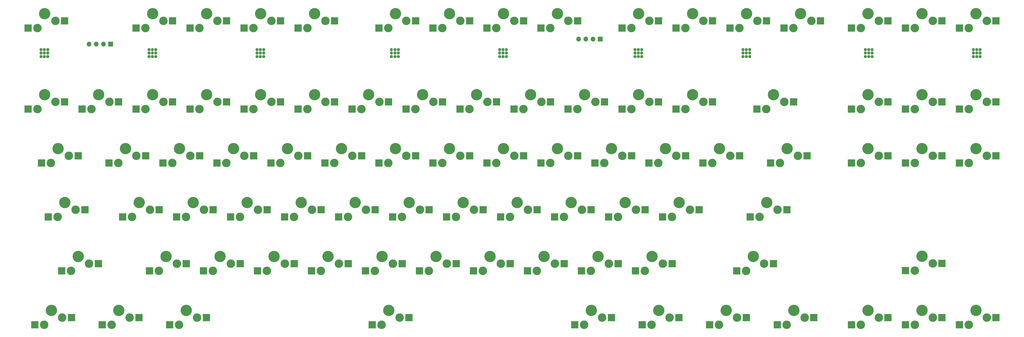
<source format=gbs>
G04 #@! TF.GenerationSoftware,KiCad,Pcbnew,(6.0.5)*
G04 #@! TF.CreationDate,2022-10-12T22:06:10+02:00*
G04 #@! TF.ProjectId,vakeyboard,76616b65-7962-46f6-9172-642e6b696361,rev?*
G04 #@! TF.SameCoordinates,Original*
G04 #@! TF.FileFunction,Soldermask,Bot*
G04 #@! TF.FilePolarity,Negative*
%FSLAX46Y46*%
G04 Gerber Fmt 4.6, Leading zero omitted, Abs format (unit mm)*
G04 Created by KiCad (PCBNEW (6.0.5)) date 2022-10-12 22:06:10*
%MOMM*%
%LPD*%
G01*
G04 APERTURE LIST*
G04 Aperture macros list*
%AMRoundRect*
0 Rectangle with rounded corners*
0 $1 Rounding radius*
0 $2 $3 $4 $5 $6 $7 $8 $9 X,Y pos of 4 corners*
0 Add a 4 corners polygon primitive as box body*
4,1,4,$2,$3,$4,$5,$6,$7,$8,$9,$2,$3,0*
0 Add four circle primitives for the rounded corners*
1,1,$1+$1,$2,$3*
1,1,$1+$1,$4,$5*
1,1,$1+$1,$6,$7*
1,1,$1+$1,$8,$9*
0 Add four rect primitives between the rounded corners*
20,1,$1+$1,$2,$3,$4,$5,0*
20,1,$1+$1,$4,$5,$6,$7,0*
20,1,$1+$1,$6,$7,$8,$9,0*
20,1,$1+$1,$8,$9,$2,$3,0*%
G04 Aperture macros list end*
%ADD10C,3.000000*%
%ADD11C,4.000000*%
%ADD12R,2.550000X2.500000*%
%ADD13RoundRect,0.242500X-0.242500X-0.242500X0.242500X-0.242500X0.242500X0.242500X-0.242500X0.242500X0*%
%ADD14R,1.700000X1.700000*%
%ADD15O,1.700000X1.700000*%
G04 APERTURE END LIST*
D10*
X296300000Y-148035000D03*
X302650000Y-145495000D03*
D11*
X298840000Y-142955000D03*
D12*
X305925000Y-145495000D03*
X292998000Y-148035000D03*
D10*
X39120000Y-148035000D03*
X45470000Y-145495000D03*
D11*
X41660000Y-142955000D03*
D12*
X48745000Y-145495000D03*
X35818000Y-148035000D03*
D10*
X155805000Y-205185000D03*
X162155000Y-202645000D03*
D11*
X158345000Y-200105000D03*
D12*
X165430000Y-202645000D03*
X152503000Y-205185000D03*
D10*
X284390000Y-186135000D03*
X290740000Y-183595000D03*
D11*
X286930000Y-181055000D03*
D12*
X294015000Y-183595000D03*
X281088000Y-186135000D03*
D10*
X298675000Y-205185000D03*
X305025000Y-202645000D03*
D11*
X301215000Y-200105000D03*
D12*
X308300000Y-202645000D03*
X295373000Y-205185000D03*
D10*
X46265000Y-186135000D03*
X52615000Y-183595000D03*
D11*
X48805000Y-181055000D03*
D12*
X55890000Y-183595000D03*
X42963000Y-186135000D03*
D10*
X36745000Y-205185000D03*
X43095000Y-202645000D03*
D11*
X39285000Y-200105000D03*
D12*
X46370000Y-202645000D03*
X33443000Y-205185000D03*
D10*
X289155000Y-167085000D03*
X295505000Y-164545000D03*
D11*
X291695000Y-162005000D03*
D12*
X298780000Y-164545000D03*
X285853000Y-167085000D03*
D10*
X41505000Y-167085000D03*
X47855000Y-164545000D03*
D11*
X44045000Y-162005000D03*
D12*
X51130000Y-164545000D03*
X38203000Y-167085000D03*
D10*
X291535000Y-128985000D03*
X297885000Y-126445000D03*
D11*
X294075000Y-123905000D03*
D12*
X301160000Y-126445000D03*
X288233000Y-128985000D03*
D11*
X232160000Y-181055000D03*
D10*
X229620000Y-186135000D03*
X235970000Y-183595000D03*
D12*
X239245000Y-183595000D03*
X226318000Y-186135000D03*
D11*
X227395000Y-123905000D03*
D10*
X231205000Y-126445000D03*
X224855000Y-128985000D03*
D12*
X234480000Y-126445000D03*
X221553000Y-128985000D03*
D11*
X213110000Y-181055000D03*
D10*
X210570000Y-186135000D03*
X216920000Y-183595000D03*
D12*
X220195000Y-183595000D03*
X207268000Y-186135000D03*
D11*
X55945000Y-123905000D03*
D10*
X59755000Y-126445000D03*
X53405000Y-128985000D03*
D12*
X63030000Y-126445000D03*
X50103000Y-128985000D03*
D11*
X74995000Y-123905000D03*
D10*
X78805000Y-126445000D03*
X72455000Y-128985000D03*
D12*
X82080000Y-126445000D03*
X69153000Y-128985000D03*
D10*
X91505000Y-128985000D03*
X97855000Y-126445000D03*
D11*
X94045000Y-123905000D03*
D12*
X101130000Y-126445000D03*
X88203000Y-128985000D03*
D11*
X113095000Y-123905000D03*
D10*
X110555000Y-128985000D03*
X116905000Y-126445000D03*
D12*
X120180000Y-126445000D03*
X107253000Y-128985000D03*
D10*
X129605000Y-128985000D03*
D11*
X132145000Y-123905000D03*
D10*
X135955000Y-126445000D03*
D12*
X139230000Y-126445000D03*
X126303000Y-128985000D03*
D10*
X155005000Y-126445000D03*
X148655000Y-128985000D03*
D11*
X151195000Y-123905000D03*
D12*
X158280000Y-126445000D03*
X145353000Y-128985000D03*
D10*
X167705000Y-128985000D03*
D11*
X170245000Y-123905000D03*
D10*
X174055000Y-126445000D03*
D12*
X177330000Y-126445000D03*
X164403000Y-128985000D03*
D10*
X193105000Y-126445000D03*
D11*
X189295000Y-123905000D03*
D10*
X186755000Y-128985000D03*
D12*
X196380000Y-126445000D03*
X183453000Y-128985000D03*
D11*
X208345000Y-123905000D03*
D10*
X212155000Y-126445000D03*
X205805000Y-128985000D03*
D12*
X215430000Y-126445000D03*
X202503000Y-128985000D03*
D10*
X264550000Y-164545000D03*
D11*
X260740000Y-162005000D03*
D10*
X258200000Y-167085000D03*
D12*
X267825000Y-164545000D03*
X254898000Y-167085000D03*
D11*
X251210000Y-181055000D03*
D10*
X248670000Y-186135000D03*
X255020000Y-183595000D03*
D12*
X258295000Y-183595000D03*
X245368000Y-186135000D03*
D10*
X239150000Y-167085000D03*
D11*
X241690000Y-162005000D03*
D10*
X245500000Y-164545000D03*
D12*
X248775000Y-164545000D03*
X235848000Y-167085000D03*
D10*
X259785000Y-145495000D03*
X253435000Y-148035000D03*
D11*
X255975000Y-142955000D03*
D12*
X263060000Y-145495000D03*
X250133000Y-148035000D03*
D10*
X278835000Y-145495000D03*
X272485000Y-148035000D03*
D11*
X275025000Y-142955000D03*
D12*
X282110000Y-145495000D03*
X269183000Y-148035000D03*
D10*
X74050000Y-164545000D03*
D11*
X70240000Y-162005000D03*
D10*
X67700000Y-167085000D03*
D12*
X77325000Y-164545000D03*
X64398000Y-167085000D03*
D11*
X155960000Y-181055000D03*
D10*
X153420000Y-186135000D03*
X159770000Y-183595000D03*
D12*
X163045000Y-183595000D03*
X150118000Y-186135000D03*
D10*
X121670000Y-183595000D03*
X115320000Y-186135000D03*
D11*
X117860000Y-181055000D03*
D12*
X124945000Y-183595000D03*
X112018000Y-186135000D03*
D10*
X105800000Y-167085000D03*
D11*
X108340000Y-162005000D03*
D10*
X112150000Y-164545000D03*
D12*
X115425000Y-164545000D03*
X102498000Y-167085000D03*
D10*
X324855000Y-148035000D03*
D11*
X327395000Y-142955000D03*
D10*
X331205000Y-145495000D03*
D12*
X334480000Y-145495000D03*
X321553000Y-148035000D03*
D10*
X350255000Y-202645000D03*
D11*
X346445000Y-200105000D03*
D10*
X343905000Y-205185000D03*
D12*
X353530000Y-202645000D03*
X340603000Y-205185000D03*
D11*
X103575000Y-142955000D03*
D10*
X107385000Y-145495000D03*
X101035000Y-148035000D03*
D12*
X110660000Y-145495000D03*
X97733000Y-148035000D03*
D10*
X350255000Y-145495000D03*
X343905000Y-148035000D03*
D11*
X346445000Y-142955000D03*
D12*
X353530000Y-145495000D03*
X340603000Y-148035000D03*
D10*
X269305000Y-126445000D03*
X262955000Y-128985000D03*
D11*
X265495000Y-123905000D03*
D12*
X272580000Y-126445000D03*
X259653000Y-128985000D03*
X31053000Y-100415000D03*
X43980000Y-97875000D03*
D10*
X40705000Y-97875000D03*
X34355000Y-100415000D03*
D11*
X36895000Y-95335000D03*
D10*
X72455000Y-100415000D03*
X78805000Y-97875000D03*
D11*
X74995000Y-95335000D03*
D12*
X82080000Y-97875000D03*
X69153000Y-100415000D03*
D10*
X97855000Y-97875000D03*
X91505000Y-100415000D03*
D11*
X94045000Y-95335000D03*
D12*
X101130000Y-97875000D03*
X88203000Y-100415000D03*
D10*
X110555000Y-100415000D03*
D11*
X113095000Y-95335000D03*
D10*
X116905000Y-97875000D03*
D12*
X120180000Y-97875000D03*
X107253000Y-100415000D03*
D10*
X135955000Y-97875000D03*
D11*
X132145000Y-95335000D03*
D10*
X129605000Y-100415000D03*
D12*
X139230000Y-97875000D03*
X126303000Y-100415000D03*
D10*
X158182500Y-100415000D03*
X164532500Y-97875000D03*
D11*
X160722500Y-95335000D03*
D12*
X167807500Y-97875000D03*
X154880500Y-100415000D03*
D11*
X179772500Y-95335000D03*
D10*
X177232500Y-100415000D03*
X183582500Y-97875000D03*
D12*
X186857500Y-97875000D03*
X173930500Y-100415000D03*
D11*
X198822500Y-95335000D03*
D10*
X196282500Y-100415000D03*
X202632500Y-97875000D03*
D12*
X205907500Y-97875000D03*
X192980500Y-100415000D03*
D10*
X221682500Y-97875000D03*
X215332500Y-100415000D03*
D11*
X217872500Y-95335000D03*
D12*
X224957500Y-97875000D03*
X212030500Y-100415000D03*
D10*
X250260000Y-97875000D03*
D11*
X246450000Y-95335000D03*
D10*
X243910000Y-100415000D03*
D12*
X253535000Y-97875000D03*
X240608000Y-100415000D03*
D11*
X265500000Y-95335000D03*
D10*
X269310000Y-97875000D03*
X262960000Y-100415000D03*
D12*
X272585000Y-97875000D03*
X259658000Y-100415000D03*
D10*
X288360000Y-97875000D03*
D11*
X284550000Y-95335000D03*
D10*
X282010000Y-100415000D03*
D12*
X291635000Y-97875000D03*
X278708000Y-100415000D03*
D10*
X307410000Y-97875000D03*
X301060000Y-100415000D03*
D11*
X303600000Y-95335000D03*
D12*
X310685000Y-97875000D03*
X297758000Y-100415000D03*
D10*
X124850000Y-167085000D03*
D11*
X127390000Y-162005000D03*
D10*
X131200000Y-164545000D03*
D12*
X134475000Y-164545000D03*
X121548000Y-167085000D03*
D11*
X146440000Y-162005000D03*
D10*
X150250000Y-164545000D03*
X143900000Y-167085000D03*
D12*
X153525000Y-164545000D03*
X140598000Y-167085000D03*
D10*
X162950000Y-167085000D03*
X169300000Y-164545000D03*
D11*
X165490000Y-162005000D03*
D12*
X172575000Y-164545000D03*
X159648000Y-167085000D03*
D10*
X343905000Y-128985000D03*
X350255000Y-126445000D03*
D11*
X346445000Y-123905000D03*
D12*
X353530000Y-126445000D03*
X340603000Y-128985000D03*
D10*
X202635000Y-145495000D03*
D11*
X198825000Y-142955000D03*
D10*
X196285000Y-148035000D03*
D12*
X205910000Y-145495000D03*
X192983000Y-148035000D03*
D10*
X324855000Y-128985000D03*
X331205000Y-126445000D03*
D11*
X327395000Y-123905000D03*
D12*
X334480000Y-126445000D03*
X321553000Y-128985000D03*
D11*
X184540000Y-162005000D03*
D10*
X188350000Y-164545000D03*
X182000000Y-167085000D03*
D12*
X191625000Y-164545000D03*
X178698000Y-167085000D03*
D10*
X207400000Y-164545000D03*
X201050000Y-167085000D03*
D11*
X203590000Y-162005000D03*
D12*
X210675000Y-164545000D03*
X197748000Y-167085000D03*
D11*
X222640000Y-162005000D03*
D10*
X220100000Y-167085000D03*
X226450000Y-164545000D03*
D12*
X229725000Y-164545000D03*
X216798000Y-167085000D03*
D10*
X324855000Y-205185000D03*
X331205000Y-202645000D03*
D11*
X327395000Y-200105000D03*
D12*
X334480000Y-202645000D03*
X321553000Y-205185000D03*
D10*
X191520000Y-186135000D03*
X197870000Y-183595000D03*
D11*
X194060000Y-181055000D03*
D12*
X201145000Y-183595000D03*
X188218000Y-186135000D03*
D10*
X243905000Y-128985000D03*
D11*
X246445000Y-123905000D03*
D10*
X250255000Y-126445000D03*
D12*
X253530000Y-126445000D03*
X240603000Y-128985000D03*
D10*
X172470000Y-186135000D03*
D11*
X175010000Y-181055000D03*
D10*
X178820000Y-183595000D03*
D12*
X182095000Y-183595000D03*
X169168000Y-186135000D03*
D10*
X215335000Y-148035000D03*
D11*
X217875000Y-142955000D03*
D10*
X221685000Y-145495000D03*
D12*
X224960000Y-145495000D03*
X212033000Y-148035000D03*
D10*
X234385000Y-148035000D03*
X240735000Y-145495000D03*
D11*
X236925000Y-142955000D03*
D12*
X244010000Y-145495000D03*
X231083000Y-148035000D03*
D10*
X362955000Y-100415000D03*
D11*
X365495000Y-95335000D03*
D10*
X369305000Y-97875000D03*
D12*
X372580000Y-97875000D03*
X359653000Y-100415000D03*
D11*
X365495000Y-142955000D03*
D10*
X362955000Y-148035000D03*
X369305000Y-145495000D03*
D12*
X372580000Y-145495000D03*
X359653000Y-148035000D03*
D10*
X369305000Y-126445000D03*
D11*
X365495000Y-123905000D03*
D10*
X362955000Y-128985000D03*
D12*
X372580000Y-126445000D03*
X359653000Y-128985000D03*
D11*
X327395000Y-95335000D03*
D10*
X331205000Y-97875000D03*
X324855000Y-100415000D03*
D12*
X334480000Y-97875000D03*
X321553000Y-100415000D03*
D10*
X69285000Y-145495000D03*
D11*
X65475000Y-142955000D03*
D10*
X62935000Y-148035000D03*
D12*
X72560000Y-145495000D03*
X59633000Y-148035000D03*
D10*
X126435000Y-145495000D03*
D11*
X122625000Y-142955000D03*
D10*
X120085000Y-148035000D03*
D12*
X129710000Y-145495000D03*
X116783000Y-148035000D03*
D11*
X365495000Y-200105000D03*
D10*
X369305000Y-202645000D03*
X362955000Y-205185000D03*
D12*
X372580000Y-202645000D03*
X359653000Y-205185000D03*
D11*
X89290000Y-162005000D03*
D10*
X93100000Y-164545000D03*
X86750000Y-167085000D03*
D12*
X96375000Y-164545000D03*
X83448000Y-167085000D03*
D11*
X346445000Y-95335000D03*
D10*
X343905000Y-100415000D03*
X350255000Y-97875000D03*
D12*
X353530000Y-97875000D03*
X340603000Y-100415000D03*
D10*
X145485000Y-145495000D03*
X139135000Y-148035000D03*
D11*
X141675000Y-142955000D03*
D12*
X148760000Y-145495000D03*
X135833000Y-148035000D03*
D10*
X40705000Y-126445000D03*
X34355000Y-128985000D03*
D11*
X36895000Y-123905000D03*
D12*
X43980000Y-126445000D03*
X31053000Y-128985000D03*
D10*
X177235000Y-148035000D03*
D11*
X179775000Y-142955000D03*
D10*
X183585000Y-145495000D03*
D12*
X186860000Y-145495000D03*
X173933000Y-148035000D03*
D11*
X136910000Y-181055000D03*
D10*
X140720000Y-183595000D03*
X134370000Y-186135000D03*
D12*
X143995000Y-183595000D03*
X131068000Y-186135000D03*
D11*
X84525000Y-142955000D03*
D10*
X88335000Y-145495000D03*
X81985000Y-148035000D03*
D12*
X91610000Y-145495000D03*
X78683000Y-148035000D03*
D10*
X102620000Y-183595000D03*
X96270000Y-186135000D03*
D11*
X98810000Y-181055000D03*
D12*
X105895000Y-183595000D03*
X92968000Y-186135000D03*
D10*
X158185000Y-148035000D03*
D11*
X160725000Y-142955000D03*
D10*
X164535000Y-145495000D03*
D12*
X167810000Y-145495000D03*
X154883000Y-148035000D03*
D11*
X79760000Y-181055000D03*
D10*
X83570000Y-183595000D03*
X77220000Y-186135000D03*
D12*
X86845000Y-183595000D03*
X73918000Y-186135000D03*
D10*
X274865000Y-205185000D03*
D11*
X277405000Y-200105000D03*
D10*
X281215000Y-202645000D03*
D12*
X284490000Y-202645000D03*
X271563000Y-205185000D03*
D10*
X66905000Y-202645000D03*
D11*
X63095000Y-200105000D03*
D10*
X60555000Y-205185000D03*
D12*
X70180000Y-202645000D03*
X57253000Y-205185000D03*
D10*
X84365000Y-205185000D03*
D11*
X86905000Y-200105000D03*
D10*
X90715000Y-202645000D03*
D12*
X93990000Y-202645000D03*
X81063000Y-205185000D03*
D10*
X257405000Y-202645000D03*
D11*
X253595000Y-200105000D03*
D10*
X251055000Y-205185000D03*
D12*
X260680000Y-202645000D03*
X247753000Y-205185000D03*
D11*
X229785000Y-200105000D03*
D10*
X227245000Y-205185000D03*
X233595000Y-202645000D03*
D12*
X236870000Y-202645000D03*
X223943000Y-205185000D03*
D10*
X350255000Y-183555000D03*
D11*
X346445000Y-181015000D03*
D10*
X343905000Y-186095000D03*
D12*
X353530000Y-183555000D03*
X340603000Y-186095000D03*
D13*
X161700000Y-109220000D03*
X161700000Y-110420000D03*
X159300000Y-109220000D03*
X160500000Y-110420000D03*
X161700000Y-108020000D03*
X160500000Y-109220000D03*
X159300000Y-108020000D03*
X160500000Y-108020000D03*
X159300000Y-110420000D03*
X364560000Y-108020000D03*
X366960000Y-110420000D03*
X364560000Y-109220000D03*
X365760000Y-110420000D03*
X364560000Y-110420000D03*
X366960000Y-108020000D03*
X366960000Y-109220000D03*
X365760000Y-109220000D03*
X365760000Y-108020000D03*
X36830000Y-109220000D03*
X35630000Y-110420000D03*
X38030000Y-109220000D03*
X36830000Y-108020000D03*
X35630000Y-109220000D03*
X38030000Y-108020000D03*
X38030000Y-110420000D03*
X36830000Y-110420000D03*
X35630000Y-108020000D03*
X326460000Y-108020000D03*
X328860000Y-109220000D03*
X327660000Y-108020000D03*
X327660000Y-109220000D03*
X326460000Y-109220000D03*
X326460000Y-110420000D03*
X328860000Y-108020000D03*
X327660000Y-110420000D03*
X328860000Y-110420000D03*
X197420000Y-108020000D03*
X198620000Y-108020000D03*
X197420000Y-110420000D03*
X197420000Y-109220000D03*
X198620000Y-109220000D03*
X199820000Y-109220000D03*
X199820000Y-108020000D03*
X199820000Y-110420000D03*
X198620000Y-110420000D03*
X114230000Y-110420000D03*
X111830000Y-110420000D03*
X111830000Y-109220000D03*
X113030000Y-110420000D03*
X111830000Y-108020000D03*
X113030000Y-108020000D03*
X113030000Y-109220000D03*
X114230000Y-109220000D03*
X114230000Y-108020000D03*
X76130000Y-108020000D03*
X74930000Y-110420000D03*
X73730000Y-108020000D03*
X73730000Y-110420000D03*
X74930000Y-109220000D03*
X76130000Y-110420000D03*
X73730000Y-109220000D03*
X76130000Y-109220000D03*
X74930000Y-108020000D03*
X245180000Y-109220000D03*
X247580000Y-109220000D03*
X247580000Y-108020000D03*
X245180000Y-110420000D03*
X246380000Y-108020000D03*
X245180000Y-108020000D03*
X247580000Y-110420000D03*
X246380000Y-110420000D03*
X246380000Y-109220000D03*
X283280000Y-109220000D03*
X285680000Y-108020000D03*
X284480000Y-110420000D03*
X283280000Y-110420000D03*
X284480000Y-109220000D03*
X285680000Y-109220000D03*
X285680000Y-110420000D03*
X284480000Y-108020000D03*
X283280000Y-108020000D03*
D14*
X232938000Y-104288000D03*
D15*
X230398000Y-104288000D03*
X227858000Y-104288000D03*
X225318000Y-104288000D03*
D14*
X60208000Y-106066000D03*
D15*
X57668000Y-106066000D03*
X55128000Y-106066000D03*
X52588000Y-106066000D03*
M02*

</source>
